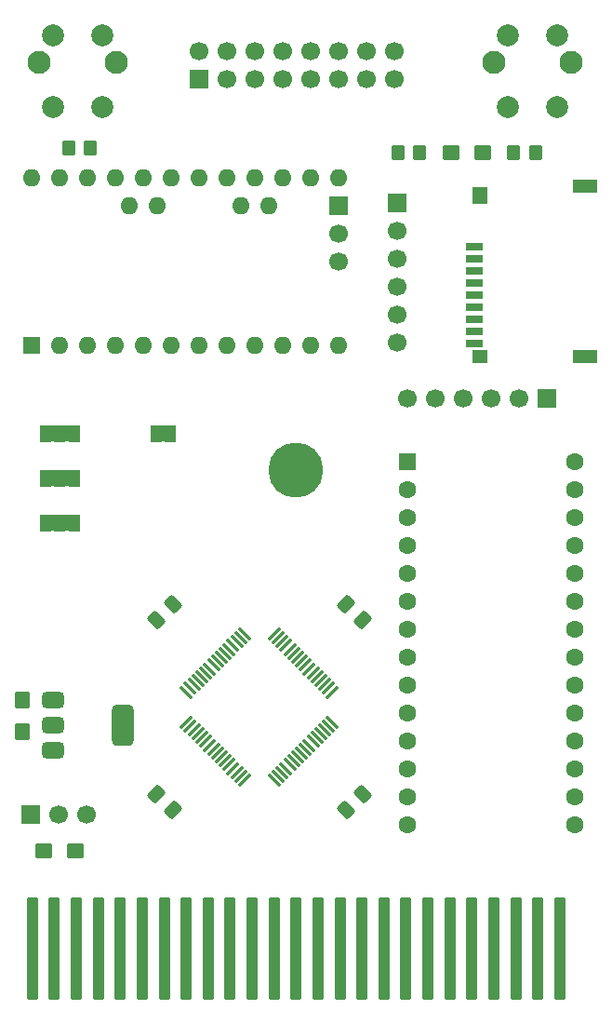
<source format=gts>
G04 #@! TF.GenerationSoftware,KiCad,Pcbnew,9.0.1*
G04 #@! TF.CreationDate,2025-11-08T15:47:49+01:00*
G04 #@! TF.ProjectId,tcbm2sd,7463626d-3273-4642-9e6b-696361645f70,1.4*
G04 #@! TF.SameCoordinates,Original*
G04 #@! TF.FileFunction,Soldermask,Top*
G04 #@! TF.FilePolarity,Negative*
%FSLAX46Y46*%
G04 Gerber Fmt 4.6, Leading zero omitted, Abs format (unit mm)*
G04 Created by KiCad (PCBNEW 9.0.1) date 2025-11-08 15:47:49*
%MOMM*%
%LPD*%
G01*
G04 APERTURE LIST*
G04 Aperture macros list*
%AMRoundRect*
0 Rectangle with rounded corners*
0 $1 Rounding radius*
0 $2 $3 $4 $5 $6 $7 $8 $9 X,Y pos of 4 corners*
0 Add a 4 corners polygon primitive as box body*
4,1,4,$2,$3,$4,$5,$6,$7,$8,$9,$2,$3,0*
0 Add four circle primitives for the rounded corners*
1,1,$1+$1,$2,$3*
1,1,$1+$1,$4,$5*
1,1,$1+$1,$6,$7*
1,1,$1+$1,$8,$9*
0 Add four rect primitives between the rounded corners*
20,1,$1+$1,$2,$3,$4,$5,0*
20,1,$1+$1,$4,$5,$6,$7,0*
20,1,$1+$1,$6,$7,$8,$9,0*
20,1,$1+$1,$8,$9,$2,$3,0*%
G04 Aperture macros list end*
%ADD10RoundRect,0.250000X0.445000X-0.545000X0.445000X0.545000X-0.445000X0.545000X-0.445000X-0.545000X0*%
%ADD11RoundRect,0.250000X-0.545000X-0.445000X0.545000X-0.445000X0.545000X0.445000X-0.545000X0.445000X0*%
%ADD12RoundRect,0.375000X-0.625000X-0.375000X0.625000X-0.375000X0.625000X0.375000X-0.625000X0.375000X0*%
%ADD13RoundRect,0.500000X-0.500000X-1.400000X0.500000X-1.400000X0.500000X1.400000X-0.500000X1.400000X0*%
%ADD14R,1.000000X1.500000*%
%ADD15RoundRect,0.250000X-0.097227X0.574524X-0.574524X0.097227X0.097227X-0.574524X0.574524X-0.097227X0*%
%ADD16C,2.100000*%
%ADD17C,2.000000*%
%ADD18RoundRect,0.250000X0.574524X0.097227X0.097227X0.574524X-0.574524X-0.097227X-0.097227X-0.574524X0*%
%ADD19R,2.200000X1.200000*%
%ADD20R,1.400000X1.600000*%
%ADD21R,1.400000X1.200000*%
%ADD22R,1.600000X0.700000*%
%ADD23R,1.700000X1.700000*%
%ADD24C,1.700000*%
%ADD25RoundRect,0.250000X-0.574524X-0.097227X-0.097227X-0.574524X0.574524X0.097227X0.097227X0.574524X0*%
%ADD26RoundRect,0.075000X-0.415425X-0.521491X0.521491X0.415425X0.415425X0.521491X-0.521491X-0.415425X0*%
%ADD27RoundRect,0.075000X0.415425X-0.521491X0.521491X-0.415425X-0.415425X0.521491X-0.521491X0.415425X0*%
%ADD28R,1.600000X1.600000*%
%ADD29O,1.600000X1.600000*%
%ADD30RoundRect,0.250000X0.350000X0.450000X-0.350000X0.450000X-0.350000X-0.450000X0.350000X-0.450000X0*%
%ADD31RoundRect,0.250000X-0.550000X-0.550000X0.550000X-0.550000X0.550000X0.550000X-0.550000X0.550000X0*%
%ADD32C,1.600000*%
%ADD33C,5.000000*%
%ADD34RoundRect,0.125200X-0.375600X-4.550600X0.375600X-4.550600X0.375600X4.550600X-0.375600X4.550600X0*%
G04 APERTURE END LIST*
G36*
X126200000Y-101993000D02*
G01*
X127800000Y-101993000D01*
X127800000Y-103493000D01*
X126200000Y-103493000D01*
X126200000Y-101993000D01*
G37*
G36*
X126200000Y-106057000D02*
G01*
X127800000Y-106057000D01*
X127800000Y-107557000D01*
X126200000Y-107557000D01*
X126200000Y-106057000D01*
G37*
G36*
X136248000Y-97929000D02*
G01*
X136548000Y-97929000D01*
X136548000Y-99429000D01*
X136248000Y-99429000D01*
X136248000Y-97929000D01*
G37*
G36*
X126200000Y-97929000D02*
G01*
X127800000Y-97929000D01*
X127800000Y-99429000D01*
X126200000Y-99429000D01*
X126200000Y-97929000D01*
G37*
D10*
X123571000Y-125773000D03*
X123571000Y-122893000D03*
D11*
X125560000Y-136652000D03*
X128440000Y-136652000D03*
X162593200Y-73152000D03*
X165473200Y-73152000D03*
D12*
X126390000Y-122922000D03*
X126390000Y-125222000D03*
D13*
X132690000Y-125222000D03*
D12*
X126390000Y-127522000D03*
D14*
X125700000Y-102743000D03*
X127000000Y-102743000D03*
X128300000Y-102743000D03*
D15*
X154530623Y-131473377D03*
X153063377Y-132940623D03*
D16*
X173512600Y-64978300D03*
X166502600Y-64978300D03*
D17*
X167752600Y-62488300D03*
X167752600Y-68988300D03*
X172252600Y-62488300D03*
X172252600Y-68988300D03*
D18*
X154530623Y-115668623D03*
X153063377Y-114201377D03*
D14*
X125700000Y-106807000D03*
X127000000Y-106807000D03*
X128300000Y-106807000D03*
X135748000Y-98679000D03*
X137048000Y-98679000D03*
D19*
X174842400Y-76171600D03*
X174842400Y-91671600D03*
D20*
X165242400Y-77071600D03*
D21*
X165242400Y-91671600D03*
D22*
X164742400Y-90521600D03*
X164742400Y-88321600D03*
X164742400Y-89421600D03*
X164742400Y-87221600D03*
X164742400Y-86121600D03*
X164742400Y-85021600D03*
X164742400Y-81721600D03*
X164742400Y-82821600D03*
X164742400Y-83921600D03*
D23*
X124348000Y-133351300D03*
D24*
X126888000Y-133351300D03*
X129428000Y-133351300D03*
D25*
X135791377Y-131473377D03*
X137258623Y-132940623D03*
D16*
X132110600Y-64978300D03*
X125100600Y-64978300D03*
D17*
X126350600Y-62488300D03*
X126350600Y-68988300D03*
X130850600Y-62488300D03*
X130850600Y-68988300D03*
D23*
X171323000Y-95504000D03*
D24*
X168783000Y-95504000D03*
X166243000Y-95504000D03*
X163703000Y-95504000D03*
X161163000Y-95504000D03*
X158623000Y-95504000D03*
D26*
X138505357Y-124923342D03*
X138858911Y-125276895D03*
X139212464Y-125630449D03*
X139566018Y-125984002D03*
X139919571Y-126337555D03*
X140273124Y-126691109D03*
X140626678Y-127044662D03*
X140980231Y-127398215D03*
X141333785Y-127751769D03*
X141687338Y-128105322D03*
X142040891Y-128458876D03*
X142394445Y-128812429D03*
X142747998Y-129165982D03*
X143101551Y-129519536D03*
X143455105Y-129873089D03*
X143808658Y-130226643D03*
D27*
X146513342Y-130226643D03*
X146866895Y-129873089D03*
X147220449Y-129519536D03*
X147574002Y-129165982D03*
X147927555Y-128812429D03*
X148281109Y-128458876D03*
X148634662Y-128105322D03*
X148988215Y-127751769D03*
X149341769Y-127398215D03*
X149695322Y-127044662D03*
X150048876Y-126691109D03*
X150402429Y-126337555D03*
X150755982Y-125984002D03*
X151109536Y-125630449D03*
X151463089Y-125276895D03*
X151816643Y-124923342D03*
D26*
X151816643Y-122218658D03*
X151463089Y-121865105D03*
X151109536Y-121511551D03*
X150755982Y-121157998D03*
X150402429Y-120804445D03*
X150048876Y-120450891D03*
X149695322Y-120097338D03*
X149341769Y-119743785D03*
X148988215Y-119390231D03*
X148634662Y-119036678D03*
X148281109Y-118683124D03*
X147927555Y-118329571D03*
X147574002Y-117976018D03*
X147220449Y-117622464D03*
X146866895Y-117268911D03*
X146513342Y-116915357D03*
D27*
X143808658Y-116915357D03*
X143455105Y-117268911D03*
X143101551Y-117622464D03*
X142747998Y-117976018D03*
X142394445Y-118329571D03*
X142040891Y-118683124D03*
X141687338Y-119036678D03*
X141333785Y-119390231D03*
X140980231Y-119743785D03*
X140626678Y-120097338D03*
X140273124Y-120450891D03*
X139919571Y-120804445D03*
X139566018Y-121157998D03*
X139212464Y-121511551D03*
X138858911Y-121865105D03*
X138505357Y-122218658D03*
D28*
X124460000Y-90678000D03*
D29*
X127000000Y-90678000D03*
X129540000Y-90678000D03*
X152400000Y-75438000D03*
X132080000Y-90678000D03*
X149860000Y-75438000D03*
X134620000Y-90678000D03*
X147320000Y-75438000D03*
X137160000Y-90678000D03*
X144780000Y-75438000D03*
X139700000Y-90678000D03*
X142240000Y-75438000D03*
X142240000Y-90678000D03*
X139700000Y-75438000D03*
X144780000Y-90678000D03*
X137160000Y-75438000D03*
X147320000Y-90678000D03*
X134620000Y-75438000D03*
X149860000Y-90678000D03*
X132080000Y-75438000D03*
X152400000Y-90678000D03*
X129540000Y-75438000D03*
X127000000Y-75438000D03*
X124460000Y-75438000D03*
X133350000Y-77978000D03*
X135890000Y-77978000D03*
X143510000Y-77978000D03*
X146050000Y-77978000D03*
D23*
X152400000Y-77978000D03*
D24*
X152400000Y-80518000D03*
X152400000Y-83058000D03*
D30*
X170291000Y-73152000D03*
X168291000Y-73152000D03*
X129778000Y-72694800D03*
X127778000Y-72694800D03*
D23*
X157734000Y-77724000D03*
D24*
X157734000Y-80264000D03*
X157734000Y-82804000D03*
X157734000Y-85344000D03*
X157734000Y-87884000D03*
X157734000Y-90424000D03*
D14*
X125700000Y-98679000D03*
X127000000Y-98679000D03*
X128300000Y-98679000D03*
D23*
X139674000Y-66421000D03*
D24*
X139674000Y-63881000D03*
X142214000Y-66421000D03*
X142214000Y-63881000D03*
X144754000Y-66421000D03*
X144754000Y-63881000D03*
X147294000Y-66421000D03*
X147294000Y-63881000D03*
X149834000Y-66421000D03*
X149834000Y-63881000D03*
X152374000Y-66421000D03*
X152374000Y-63881000D03*
X154914000Y-66421000D03*
X154914000Y-63881000D03*
X157454000Y-66421000D03*
X157454000Y-63881000D03*
D31*
X158623000Y-101219000D03*
D32*
X158623000Y-103759000D03*
X158623000Y-106299000D03*
X158623000Y-108839000D03*
X158623000Y-111379000D03*
X158623000Y-113919000D03*
X158623000Y-116459000D03*
X158623000Y-118999000D03*
X158623000Y-121539000D03*
X158623000Y-124079000D03*
X158623000Y-126619000D03*
X158623000Y-129159000D03*
X158623000Y-131699000D03*
X158623000Y-134239000D03*
X173863000Y-134239000D03*
X173863000Y-131699000D03*
X173863000Y-129159000D03*
X173863000Y-126619000D03*
X173863000Y-124079000D03*
X173863000Y-121539000D03*
X173863000Y-118999000D03*
X173863000Y-116459000D03*
X173863000Y-113919000D03*
X173863000Y-111379000D03*
X173863000Y-108839000D03*
X173863000Y-106299000D03*
X173863000Y-103759000D03*
X173863000Y-101219000D03*
D30*
X159750000Y-73152000D03*
X157750000Y-73152000D03*
D15*
X137258623Y-114201377D03*
X135791377Y-115668623D03*
D33*
X148501100Y-102003600D03*
D34*
X124501100Y-145503600D03*
X126501100Y-145503600D03*
X128501100Y-145503600D03*
X130501100Y-145503600D03*
X132501100Y-145503600D03*
X134501100Y-145503600D03*
X136501100Y-145503600D03*
X138501100Y-145503600D03*
X140501100Y-145503600D03*
X142501100Y-145503600D03*
X144501100Y-145503600D03*
X146501100Y-145503600D03*
X148501100Y-145503600D03*
X150501100Y-145503600D03*
X152501100Y-145503600D03*
X154501100Y-145503600D03*
X156501100Y-145503600D03*
X158501100Y-145503600D03*
X160501100Y-145503600D03*
X162501100Y-145503600D03*
X164501100Y-145503600D03*
X166501100Y-145503600D03*
X168501100Y-145503600D03*
X170501100Y-145503600D03*
X172501100Y-145503600D03*
M02*

</source>
